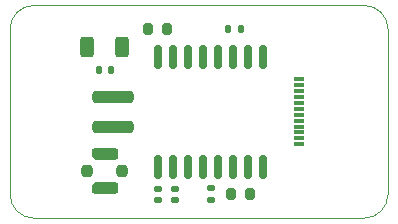
<source format=gtp>
%TF.GenerationSoftware,KiCad,Pcbnew,7.0.10*%
%TF.CreationDate,2024-02-15T14:25:29-05:00*%
%TF.ProjectId,wingbeat_detector,77696e67-6265-4617-945f-646574656374,4.0*%
%TF.SameCoordinates,Original*%
%TF.FileFunction,Paste,Top*%
%TF.FilePolarity,Positive*%
%FSLAX46Y46*%
G04 Gerber Fmt 4.6, Leading zero omitted, Abs format (unit mm)*
G04 Created by KiCad (PCBNEW 7.0.10) date 2024-02-15 14:25:29*
%MOMM*%
%LPD*%
G01*
G04 APERTURE LIST*
G04 Aperture macros list*
%AMRoundRect*
0 Rectangle with rounded corners*
0 $1 Rounding radius*
0 $2 $3 $4 $5 $6 $7 $8 $9 X,Y pos of 4 corners*
0 Add a 4 corners polygon primitive as box body*
4,1,4,$2,$3,$4,$5,$6,$7,$8,$9,$2,$3,0*
0 Add four circle primitives for the rounded corners*
1,1,$1+$1,$2,$3*
1,1,$1+$1,$4,$5*
1,1,$1+$1,$6,$7*
1,1,$1+$1,$8,$9*
0 Add four rect primitives between the rounded corners*
20,1,$1+$1,$2,$3,$4,$5,0*
20,1,$1+$1,$4,$5,$6,$7,0*
20,1,$1+$1,$6,$7,$8,$9,0*
20,1,$1+$1,$8,$9,$2,$3,0*%
%AMFreePoly0*
4,1,18,-0.475000,0.910000,-0.460537,0.982710,-0.419350,1.044350,-0.357710,1.085537,-0.285000,1.100000,0.237500,1.100000,0.475000,0.862500,0.475000,-0.910000,0.460537,-0.982710,0.419350,-1.044350,0.357710,-1.085537,0.285000,-1.100000,-0.285000,-1.100000,-0.357710,-1.085537,-0.419350,-1.044350,-0.460537,-0.982710,-0.475000,-0.910000,-0.475000,0.910000,-0.475000,0.910000,$1*%
%AMFreePoly1*
4,1,18,-0.475000,0.862500,-0.237500,1.100000,0.285000,1.100000,0.357710,1.085537,0.419350,1.044350,0.460537,0.982710,0.475000,0.910000,0.475000,-0.910000,0.460537,-0.982710,0.419350,-1.044350,0.357710,-1.085537,0.285000,-1.100000,-0.285000,-1.100000,-0.357710,-1.085537,-0.419350,-1.044350,-0.460537,-0.982710,-0.475000,-0.910000,-0.475000,0.862500,-0.475000,0.862500,$1*%
G04 Aperture macros list end*
%ADD10R,0.900000X0.300000*%
%ADD11RoundRect,0.135000X-0.135000X-0.185000X0.135000X-0.185000X0.135000X0.185000X-0.135000X0.185000X0*%
%ADD12RoundRect,0.150000X-0.150000X0.875000X-0.150000X-0.875000X0.150000X-0.875000X0.150000X0.875000X0*%
%ADD13RoundRect,0.250000X-0.312500X-0.625000X0.312500X-0.625000X0.312500X0.625000X-0.312500X0.625000X0*%
%ADD14RoundRect,0.135000X0.185000X-0.135000X0.185000X0.135000X-0.185000X0.135000X-0.185000X-0.135000X0*%
%ADD15RoundRect,0.200000X0.200000X0.275000X-0.200000X0.275000X-0.200000X-0.275000X0.200000X-0.275000X0*%
%ADD16RoundRect,0.200000X-0.200000X-0.275000X0.200000X-0.275000X0.200000X0.275000X-0.200000X0.275000X0*%
%ADD17RoundRect,0.140000X0.170000X-0.140000X0.170000X0.140000X-0.170000X0.140000X-0.170000X-0.140000X0*%
%ADD18RoundRect,0.250000X-1.500000X-0.250000X1.500000X-0.250000X1.500000X0.250000X-1.500000X0.250000X0*%
%ADD19RoundRect,0.237500X0.237500X-0.262500X0.237500X0.262500X-0.237500X0.262500X-0.237500X-0.262500X0*%
%ADD20FreePoly0,90.000000*%
%ADD21FreePoly1,90.000000*%
%ADD22RoundRect,0.140000X-0.170000X0.140000X-0.170000X-0.140000X0.170000X-0.140000X0.170000X0.140000X0*%
%TA.AperFunction,Profile*%
%ADD23C,0.100000*%
%TD*%
G04 APERTURE END LIST*
D10*
%TO.C,J1*%
X158440000Y-102750000D03*
X158440000Y-102250000D03*
X158440000Y-101750000D03*
X158440000Y-101250000D03*
X158440000Y-100750000D03*
X158440000Y-100250000D03*
X158440000Y-99750000D03*
X158440000Y-99250000D03*
X158440000Y-98750000D03*
X158440000Y-98250000D03*
X158440000Y-97750000D03*
X158440000Y-97250000D03*
%TD*%
D11*
%TO.C,R9*%
X141490000Y-96500000D03*
X142510000Y-96500000D03*
%TD*%
D12*
%TO.C,U2*%
X155445000Y-95350000D03*
X154175000Y-95350000D03*
X152905000Y-95350000D03*
X151635000Y-95350000D03*
X150365000Y-95350000D03*
X149095000Y-95350000D03*
X147825000Y-95350000D03*
X146555000Y-95350000D03*
X146555000Y-104650000D03*
X147825000Y-104650000D03*
X149095000Y-104650000D03*
X150365000Y-104650000D03*
X151635000Y-104650000D03*
X152905000Y-104650000D03*
X154175000Y-104650000D03*
X155445000Y-104650000D03*
%TD*%
D13*
%TO.C,R10*%
X140537500Y-94500000D03*
X143462500Y-94500000D03*
%TD*%
D14*
%TO.C,R1*%
X151000000Y-107510000D03*
X151000000Y-106490000D03*
%TD*%
D15*
%TO.C,R5*%
X154325000Y-107000000D03*
X152675000Y-107000000D03*
%TD*%
D16*
%TO.C,R7*%
X145675000Y-93000000D03*
X147325000Y-93000000D03*
%TD*%
D17*
%TO.C,C8*%
X146500000Y-107480000D03*
X146500000Y-106520000D03*
%TD*%
D18*
%TO.C,D1*%
X142675000Y-101270000D03*
X142675000Y-98730000D03*
%TD*%
D19*
%TO.C,J3*%
X140525000Y-105000000D03*
D20*
X142000000Y-106425000D03*
D19*
X143475000Y-105000000D03*
D21*
X142000000Y-103575000D03*
%TD*%
D22*
%TO.C,C6*%
X148000000Y-106520000D03*
X148000000Y-107480000D03*
%TD*%
D11*
%TO.C,R2*%
X152490000Y-93000000D03*
X153510000Y-93000000D03*
%TD*%
D23*
X134000000Y-93000000D02*
X134000000Y-107000000D01*
X164000000Y-109000000D02*
G75*
G03*
X166000000Y-107000000I0J2000000D01*
G01*
X166000000Y-93000000D02*
G75*
G03*
X164000000Y-91000000I-2000000J0D01*
G01*
X136000000Y-91000000D02*
X164000000Y-91000000D01*
X136000000Y-91000000D02*
G75*
G03*
X134000000Y-93000000I0J-2000000D01*
G01*
X166000000Y-107000000D02*
X166000000Y-93000000D01*
X136000000Y-109000000D02*
X164000000Y-109000000D01*
X134000000Y-107000000D02*
G75*
G03*
X136000000Y-109000000I2000000J0D01*
G01*
M02*

</source>
